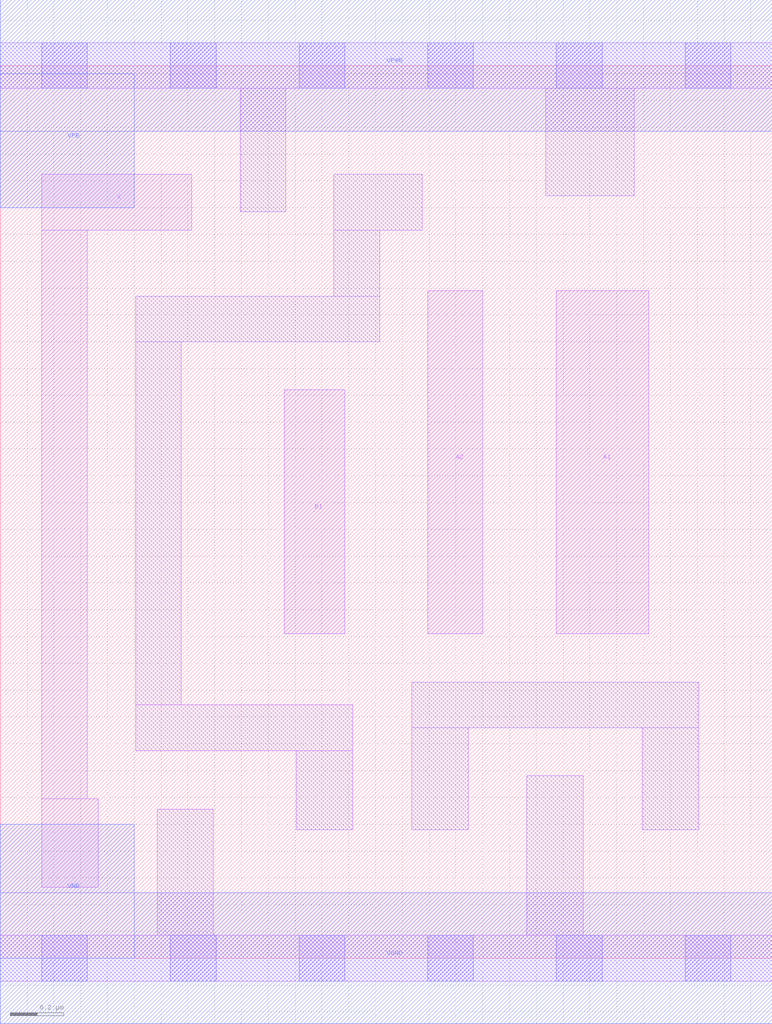
<source format=lef>
# Copyright 2020 The SkyWater PDK Authors
#
# Licensed under the Apache License, Version 2.0 (the "License");
# you may not use this file except in compliance with the License.
# You may obtain a copy of the License at
#
#     https://www.apache.org/licenses/LICENSE-2.0
#
# Unless required by applicable law or agreed to in writing, software
# distributed under the License is distributed on an "AS IS" BASIS,
# WITHOUT WARRANTIES OR CONDITIONS OF ANY KIND, either express or implied.
# See the License for the specific language governing permissions and
# limitations under the License.
#
# SPDX-License-Identifier: Apache-2.0

VERSION 5.5 ;
NAMESCASESENSITIVE ON ;
BUSBITCHARS "[]" ;
DIVIDERCHAR "/" ;
MACRO sky130_fd_sc_lp__o21a_m
  CLASS CORE ;
  SOURCE USER ;
  ORIGIN  0.000000  0.000000 ;
  SIZE  2.880000 BY  3.330000 ;
  SYMMETRY X Y R90 ;
  SITE unit ;
  PIN A1
    ANTENNAGATEAREA  0.126000 ;
    DIRECTION INPUT ;
    USE SIGNAL ;
    PORT
      LAYER li1 ;
        RECT 2.075000 1.210000 2.420000 2.490000 ;
    END
  END A1
  PIN A2
    ANTENNAGATEAREA  0.126000 ;
    DIRECTION INPUT ;
    USE SIGNAL ;
    PORT
      LAYER li1 ;
        RECT 1.595000 1.210000 1.800000 2.490000 ;
    END
  END A2
  PIN B1
    ANTENNAGATEAREA  0.126000 ;
    DIRECTION INPUT ;
    USE SIGNAL ;
    PORT
      LAYER li1 ;
        RECT 1.060000 1.210000 1.285000 2.120000 ;
    END
  END B1
  PIN X
    ANTENNADIFFAREA  0.222600 ;
    DIRECTION OUTPUT ;
    USE SIGNAL ;
    PORT
      LAYER li1 ;
        RECT 0.155000 0.265000 0.365000 0.595000 ;
        RECT 0.155000 0.595000 0.325000 2.715000 ;
        RECT 0.155000 2.715000 0.715000 2.925000 ;
    END
  END X
  PIN VGND
    DIRECTION INOUT ;
    USE GROUND ;
    PORT
      LAYER met1 ;
        RECT 0.000000 -0.245000 2.880000 0.245000 ;
    END
  END VGND
  PIN VNB
    DIRECTION INOUT ;
    USE GROUND ;
    PORT
      LAYER met1 ;
        RECT 0.000000 0.000000 0.500000 0.500000 ;
    END
  END VNB
  PIN VPB
    DIRECTION INOUT ;
    USE POWER ;
    PORT
      LAYER met1 ;
        RECT 0.000000 2.800000 0.500000 3.300000 ;
    END
  END VPB
  PIN VPWR
    DIRECTION INOUT ;
    USE POWER ;
    PORT
      LAYER met1 ;
        RECT 0.000000 3.085000 2.880000 3.575000 ;
    END
  END VPWR
  OBS
    LAYER li1 ;
      RECT 0.000000 -0.085000 2.880000 0.085000 ;
      RECT 0.000000  3.245000 2.880000 3.415000 ;
      RECT 0.505000  0.775000 1.315000 0.945000 ;
      RECT 0.505000  0.945000 0.675000 2.300000 ;
      RECT 0.505000  2.300000 1.415000 2.470000 ;
      RECT 0.585000  0.085000 0.795000 0.555000 ;
      RECT 0.895000  2.785000 1.065000 3.245000 ;
      RECT 1.105000  0.480000 1.315000 0.775000 ;
      RECT 1.245000  2.470000 1.415000 2.715000 ;
      RECT 1.245000  2.715000 1.575000 2.925000 ;
      RECT 1.535000  0.480000 1.745000 0.860000 ;
      RECT 1.535000  0.860000 2.605000 1.030000 ;
      RECT 1.965000  0.085000 2.175000 0.680000 ;
      RECT 2.035000  2.845000 2.365000 3.245000 ;
      RECT 2.395000  0.480000 2.605000 0.860000 ;
    LAYER mcon ;
      RECT 0.155000 -0.085000 0.325000 0.085000 ;
      RECT 0.155000  3.245000 0.325000 3.415000 ;
      RECT 0.635000 -0.085000 0.805000 0.085000 ;
      RECT 0.635000  3.245000 0.805000 3.415000 ;
      RECT 1.115000 -0.085000 1.285000 0.085000 ;
      RECT 1.115000  3.245000 1.285000 3.415000 ;
      RECT 1.595000 -0.085000 1.765000 0.085000 ;
      RECT 1.595000  3.245000 1.765000 3.415000 ;
      RECT 2.075000 -0.085000 2.245000 0.085000 ;
      RECT 2.075000  3.245000 2.245000 3.415000 ;
      RECT 2.555000 -0.085000 2.725000 0.085000 ;
      RECT 2.555000  3.245000 2.725000 3.415000 ;
  END
END sky130_fd_sc_lp__o21a_m

</source>
